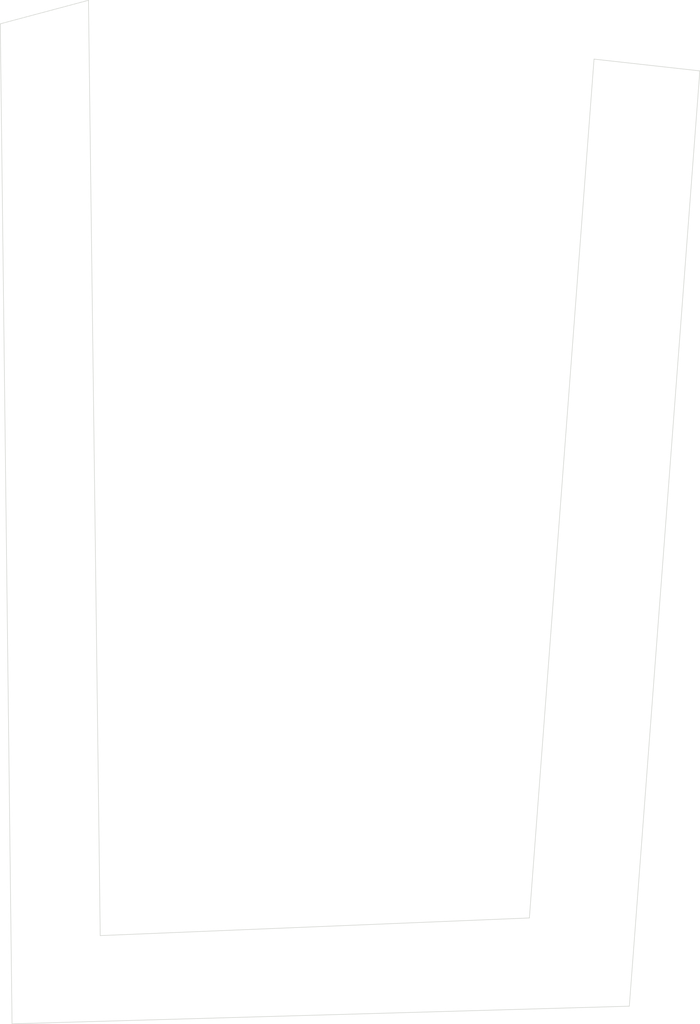
<source format=kicad_pcb>
(kicad_pcb (version 20221018) (generator pcbnew)

  (general
    (thickness 1.6)
  )

  (paper "A4")
  (layers
    (0 "F.Cu" signal)
    (31 "B.Cu" signal)
    (32 "B.Adhes" user "B.Adhesive")
    (33 "F.Adhes" user "F.Adhesive")
    (34 "B.Paste" user)
    (35 "F.Paste" user)
    (36 "B.SilkS" user "B.Silkscreen")
    (37 "F.SilkS" user "F.Silkscreen")
    (38 "B.Mask" user)
    (39 "F.Mask" user)
    (40 "Dwgs.User" user "User.Drawings")
    (41 "Cmts.User" user "User.Comments")
    (42 "Eco1.User" user "User.Eco1")
    (43 "Eco2.User" user "User.Eco2")
    (44 "Edge.Cuts" user)
    (45 "Margin" user)
    (46 "B.CrtYd" user "B.Courtyard")
    (47 "F.CrtYd" user "F.Courtyard")
    (48 "B.Fab" user)
    (49 "F.Fab" user)
    (50 "User.1" user)
    (51 "User.2" user)
    (52 "User.3" user)
    (53 "User.4" user)
    (54 "User.5" user)
    (55 "User.6" user)
    (56 "User.7" user)
    (57 "User.8" user)
    (58 "User.9" user)
  )

  (setup
    (stackup
      (layer "F.SilkS" (type "Top Silk Screen"))
      (layer "F.Paste" (type "Top Solder Paste"))
      (layer "F.Mask" (type "Top Solder Mask") (thickness 0.01))
      (layer "F.Cu" (type "copper") (thickness 0.035))
      (layer "dielectric 1" (type "core") (thickness 1.51) (material "FR4") (epsilon_r 4.5) (loss_tangent 0.02))
      (layer "B.Cu" (type "copper") (thickness 0.035))
      (layer "B.Mask" (type "Bottom Solder Mask") (thickness 0.01))
      (layer "B.Paste" (type "Bottom Solder Paste"))
      (layer "B.SilkS" (type "Bottom Silk Screen"))
      (copper_finish "None")
      (dielectric_constraints no)
    )
    (pad_to_mask_clearance 0)
    (pcbplotparams
      (layerselection 0x00010fc_ffffffff)
      (plot_on_all_layers_selection 0x0000000_00000000)
      (disableapertmacros false)
      (usegerberextensions false)
      (usegerberattributes true)
      (usegerberadvancedattributes true)
      (creategerberjobfile true)
      (dashed_line_dash_ratio 12.000000)
      (dashed_line_gap_ratio 3.000000)
      (svgprecision 4)
      (plotframeref false)
      (viasonmask false)
      (mode 1)
      (useauxorigin false)
      (hpglpennumber 1)
      (hpglpenspeed 20)
      (hpglpendiameter 15.000000)
      (dxfpolygonmode true)
      (dxfimperialunits true)
      (dxfusepcbnewfont true)
      (psnegative false)
      (psa4output false)
      (plotreference true)
      (plotvalue true)
      (plotinvisibletext false)
      (sketchpadsonfab false)
      (subtractmaskfromsilk false)
      (outputformat 1)
      (mirror false)
      (drillshape 1)
      (scaleselection 1)
      (outputdirectory "")
    )
  )

  (net 0 "")

  (gr_line (start 7.999965 0.483117) (end 0.499965 2.483117)
    (stroke (width 0.05) (type default)) (layer "Edge.Cuts") (tstamp 02704742-478a-446c-a56e-da47fc9c2363))
  (gr_line (start 1.499965 87.483117) (end 53.999965 85.983117)
    (stroke (width 0.05) (type default)) (layer "Edge.Cuts") (tstamp 6cb895e2-f1c1-4c9e-b99b-2ee37017f27d))
  (gr_line (start 8.999965 79.983117) (end 7.999965 0.483117)
    (stroke (width 0.05) (type default)) (layer "Edge.Cuts") (tstamp 89db1e07-8fdf-4814-a550-3592a3e2f609))
  (gr_line (start 0.499965 2.483117) (end 1.499965 87.483117)
    (stroke (width 0.05) (type default)) (layer "Edge.Cuts") (tstamp 98e36eeb-08e0-4276-ac90-ba98b74fe9c3))
  (gr_line (start 59.999965 6.483117) (end 50.999965 5.483117)
    (stroke (width 0.05) (type default)) (layer "Edge.Cuts") (tstamp bbcd3dfe-721d-45cb-870f-41a2afc52ac0))
  (gr_line (start 50.999965 5.483117) (end 45.499965 78.483117)
    (stroke (width 0.05) (type default)) (layer "Edge.Cuts") (tstamp e6677b41-d8d3-451d-b932-cf465a9de3c9))
  (gr_line (start 53.999965 85.983117) (end 59.999965 6.483117)
    (stroke (width 0.05) (type default)) (layer "Edge.Cuts") (tstamp f59fcceb-0402-424c-a37c-2a996df7244e))
  (gr_line (start 45.499965 78.483117) (end 8.999965 79.983117)
    (stroke (width 0.05) (type default)) (layer "Edge.Cuts") (tstamp fd583417-9273-47f3-966c-77e0c01eb63e))

)

</source>
